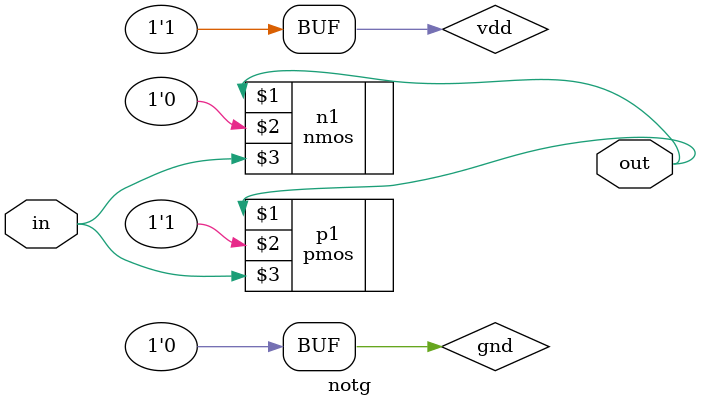
<source format=v>
`timescale 1ns / 1ps


module notg(out, in);
input in;
output out;
wire vdd, gnd;
assign vdd = 1'b1;
assign gnd = 1'b0;
pmos p1(out, vdd, in);
nmos n1(out, gnd, in);
endmodule

</source>
